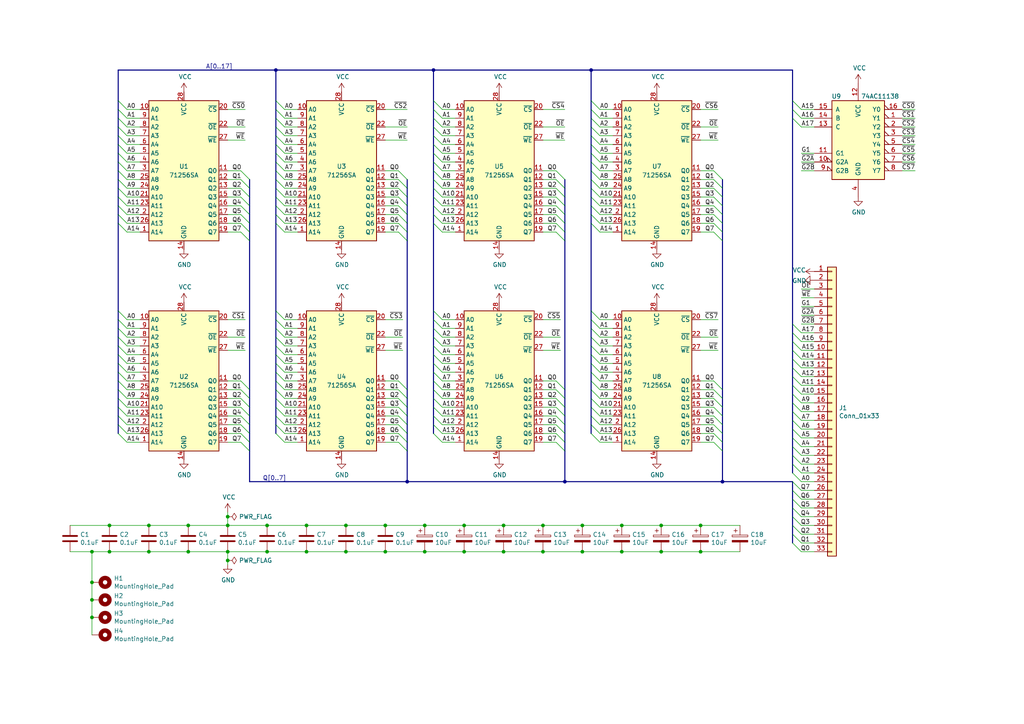
<source format=kicad_sch>
(kicad_sch (version 20211123) (generator eeschema)
  (paper "A4")
  (title_block (title "256kB (32kB x 8) SRAM") (date "2021-06-07") (rev "A"))
  (junction (at 66.04 160.02))
  (junction (at 134.62 160.02))
  (junction (at 134.62 152.4))
  (junction (at 88.9 160.02))
  (junction (at 180.34 160.02))
  (junction (at 123.19 152.4))
  (junction (at 43.18 160.02))
  (junction (at 203.2 152.4))
  (junction (at 125.73 20.32))
  (junction (at 66.04 152.4))
  (junction (at 118.11 139.7))
  (junction (at 77.47 160.02))
  (junction (at 43.18 152.4))
  (junction (at 209.55 139.7))
  (junction (at 54.61 152.4))
  (junction (at 180.34 152.4))
  (junction (at 146.05 160.02))
  (junction (at 100.33 152.4))
  (junction (at 26.67 168.91))
  (junction (at 191.77 160.02))
  (junction (at 26.67 160.02))
  (junction (at 111.76 152.4))
  (junction (at 88.9 152.4))
  (junction (at 54.61 160.02))
  (junction (at 168.91 152.4))
  (junction (at 163.83 139.7))
  (junction (at 191.77 152.4))
  (junction (at 26.67 179.07))
  (junction (at 100.33 160.02))
  (junction (at 66.04 162.56))
  (junction (at 123.19 160.02))
  (junction (at 26.67 173.99))
  (junction (at 168.91 160.02))
  (junction (at 203.2 160.02))
  (junction (at 111.76 160.02))
  (junction (at 77.47 152.4))
  (junction (at 157.48 160.02))
  (junction (at 157.48 152.4))
  (junction (at 31.75 152.4))
  (junction (at 171.45 20.32))
  (junction (at 66.04 149.86))
  (junction (at 31.75 160.02))
  (junction (at 80.01 20.32))
  (junction (at 146.05 152.4))
  (bus_entry (at 80.01 44.45) (size 2.54 2.54))
  (bus_entry (at 80.01 123.19) (size 2.54 2.54))
  (bus_entry (at 125.73 52.07) (size 2.54 2.54))
  (bus_entry (at 125.73 97.79) (size 2.54 2.54))
  (bus_entry (at 125.73 90.17) (size 2.54 2.54))
  (bus_entry (at 115.57 52.07) (size 2.54 2.54))
  (bus_entry (at 229.87 111.76) (size 2.54 2.54))
  (bus_entry (at 171.45 62.23) (size 2.54 2.54))
  (bus_entry (at 171.45 41.91) (size 2.54 2.54))
  (bus_entry (at 161.29 125.73) (size 2.54 2.54))
  (bus_entry (at 80.01 64.77) (size 2.54 2.54))
  (bus_entry (at 171.45 118.11) (size 2.54 2.54))
  (bus_entry (at 171.45 90.17) (size 2.54 2.54))
  (bus_entry (at 229.87 157.48) (size 2.54 2.54))
  (bus_entry (at 115.57 59.69) (size 2.54 2.54))
  (bus_entry (at 80.01 31.75) (size 2.54 2.54))
  (bus_entry (at 229.87 106.68) (size 2.54 2.54))
  (bus_entry (at 161.29 67.31) (size 2.54 2.54))
  (bus_entry (at 34.29 90.17) (size 2.54 2.54))
  (bus_entry (at 229.87 154.94) (size 2.54 2.54))
  (bus_entry (at 171.45 115.57) (size 2.54 2.54))
  (bus_entry (at 125.73 125.73) (size 2.54 2.54))
  (bus_entry (at 115.57 123.19) (size 2.54 2.54))
  (bus_entry (at 161.29 110.49) (size 2.54 2.54))
  (bus_entry (at 125.73 105.41) (size 2.54 2.54))
  (bus_entry (at 161.29 62.23) (size 2.54 2.54))
  (bus_entry (at 207.01 123.19) (size 2.54 2.54))
  (bus_entry (at 80.01 34.29) (size 2.54 2.54))
  (bus_entry (at 69.85 118.11) (size 2.54 2.54))
  (bus_entry (at 34.29 31.75) (size 2.54 2.54))
  (bus_entry (at 229.87 149.86) (size 2.54 2.54))
  (bus_entry (at 171.45 102.87) (size 2.54 2.54))
  (bus_entry (at 34.29 102.87) (size 2.54 2.54))
  (bus_entry (at 34.29 92.71) (size 2.54 2.54))
  (bus_entry (at 161.29 52.07) (size 2.54 2.54))
  (bus_entry (at 229.87 29.21) (size 2.54 2.54))
  (bus_entry (at 161.29 123.19) (size 2.54 2.54))
  (bus_entry (at 125.73 44.45) (size 2.54 2.54))
  (bus_entry (at 171.45 52.07) (size 2.54 2.54))
  (bus_entry (at 115.57 120.65) (size 2.54 2.54))
  (bus_entry (at 161.29 54.61) (size 2.54 2.54))
  (bus_entry (at 69.85 128.27) (size 2.54 2.54))
  (bus_entry (at 207.01 64.77) (size 2.54 2.54))
  (bus_entry (at 125.73 54.61) (size 2.54 2.54))
  (bus_entry (at 171.45 46.99) (size 2.54 2.54))
  (bus_entry (at 80.01 59.69) (size 2.54 2.54))
  (bus_entry (at 161.29 57.15) (size 2.54 2.54))
  (bus_entry (at 115.57 118.11) (size 2.54 2.54))
  (bus_entry (at 80.01 46.99) (size 2.54 2.54))
  (bus_entry (at 69.85 113.03) (size 2.54 2.54))
  (bus_entry (at 229.87 127) (size 2.54 2.54))
  (bus_entry (at 69.85 67.31) (size 2.54 2.54))
  (bus_entry (at 171.45 31.75) (size 2.54 2.54))
  (bus_entry (at 229.87 116.84) (size 2.54 2.54))
  (bus_entry (at 115.57 62.23) (size 2.54 2.54))
  (bus_entry (at 69.85 123.19) (size 2.54 2.54))
  (bus_entry (at 125.73 120.65) (size 2.54 2.54))
  (bus_entry (at 34.29 57.15) (size 2.54 2.54))
  (bus_entry (at 80.01 120.65) (size 2.54 2.54))
  (bus_entry (at 125.73 110.49) (size 2.54 2.54))
  (bus_entry (at 34.29 54.61) (size 2.54 2.54))
  (bus_entry (at 34.29 44.45) (size 2.54 2.54))
  (bus_entry (at 125.73 113.03) (size 2.54 2.54))
  (bus_entry (at 34.29 49.53) (size 2.54 2.54))
  (bus_entry (at 229.87 124.46) (size 2.54 2.54))
  (bus_entry (at 80.01 92.71) (size 2.54 2.54))
  (bus_entry (at 80.01 115.57) (size 2.54 2.54))
  (bus_entry (at 69.85 52.07) (size 2.54 2.54))
  (bus_entry (at 229.87 129.54) (size 2.54 2.54))
  (bus_entry (at 229.87 132.08) (size 2.54 2.54))
  (bus_entry (at 34.29 41.91) (size 2.54 2.54))
  (bus_entry (at 232.41 96.52) (size -2.54 -2.54))
  (bus_entry (at 34.29 64.77) (size 2.54 2.54))
  (bus_entry (at 125.73 115.57) (size 2.54 2.54))
  (bus_entry (at 125.73 36.83) (size 2.54 2.54))
  (bus_entry (at 171.45 59.69) (size 2.54 2.54))
  (bus_entry (at 69.85 120.65) (size 2.54 2.54))
  (bus_entry (at 34.29 113.03) (size 2.54 2.54))
  (bus_entry (at 229.87 139.7) (size 2.54 2.54))
  (bus_entry (at 34.29 118.11) (size 2.54 2.54))
  (bus_entry (at 161.29 128.27) (size 2.54 2.54))
  (bus_entry (at 34.29 105.41) (size 2.54 2.54))
  (bus_entry (at 171.45 107.95) (size 2.54 2.54))
  (bus_entry (at 115.57 54.61) (size 2.54 2.54))
  (bus_entry (at 80.01 62.23) (size 2.54 2.54))
  (bus_entry (at 171.45 97.79) (size 2.54 2.54))
  (bus_entry (at 161.29 64.77) (size 2.54 2.54))
  (bus_entry (at 80.01 100.33) (size 2.54 2.54))
  (bus_entry (at 34.29 120.65) (size 2.54 2.54))
  (bus_entry (at 207.01 128.27) (size 2.54 2.54))
  (bus_entry (at 207.01 52.07) (size 2.54 2.54))
  (bus_entry (at 125.73 57.15) (size 2.54 2.54))
  (bus_entry (at 171.45 113.03) (size 2.54 2.54))
  (bus_entry (at 171.45 110.49) (size 2.54 2.54))
  (bus_entry (at 34.29 123.19) (size 2.54 2.54))
  (bus_entry (at 125.73 92.71) (size 2.54 2.54))
  (bus_entry (at 115.57 49.53) (size 2.54 2.54))
  (bus_entry (at 229.87 121.92) (size 2.54 2.54))
  (bus_entry (at 34.29 62.23) (size 2.54 2.54))
  (bus_entry (at 229.87 137.16) (size 2.54 2.54))
  (bus_entry (at 115.57 125.73) (size 2.54 2.54))
  (bus_entry (at 69.85 49.53) (size 2.54 2.54))
  (bus_entry (at 125.73 49.53) (size 2.54 2.54))
  (bus_entry (at 34.29 59.69) (size 2.54 2.54))
  (bus_entry (at 80.01 49.53) (size 2.54 2.54))
  (bus_entry (at 80.01 39.37) (size 2.54 2.54))
  (bus_entry (at 171.45 64.77) (size 2.54 2.54))
  (bus_entry (at 34.29 125.73) (size 2.54 2.54))
  (bus_entry (at 207.01 62.23) (size 2.54 2.54))
  (bus_entry (at 125.73 100.33) (size 2.54 2.54))
  (bus_entry (at 80.01 110.49) (size 2.54 2.54))
  (bus_entry (at 80.01 36.83) (size 2.54 2.54))
  (bus_entry (at 207.01 120.65) (size 2.54 2.54))
  (bus_entry (at 171.45 54.61) (size 2.54 2.54))
  (bus_entry (at 125.73 102.87) (size 2.54 2.54))
  (bus_entry (at 69.85 54.61) (size 2.54 2.54))
  (bus_entry (at 171.45 92.71) (size 2.54 2.54))
  (bus_entry (at 80.01 97.79) (size 2.54 2.54))
  (bus_entry (at 207.01 54.61) (size 2.54 2.54))
  (bus_entry (at 80.01 57.15) (size 2.54 2.54))
  (bus_entry (at 161.29 49.53) (size 2.54 2.54))
  (bus_entry (at 80.01 105.41) (size 2.54 2.54))
  (bus_entry (at 171.45 29.21) (size 2.54 2.54))
  (bus_entry (at 80.01 118.11) (size 2.54 2.54))
  (bus_entry (at 207.01 125.73) (size 2.54 2.54))
  (bus_entry (at 115.57 110.49) (size 2.54 2.54))
  (bus_entry (at 34.29 34.29) (size 2.54 2.54))
  (bus_entry (at 207.01 110.49) (size 2.54 2.54))
  (bus_entry (at 80.01 29.21) (size 2.54 2.54))
  (bus_entry (at 171.45 44.45) (size 2.54 2.54))
  (bus_entry (at 161.29 59.69) (size 2.54 2.54))
  (bus_entry (at 125.73 64.77) (size 2.54 2.54))
  (bus_entry (at 80.01 95.25) (size 2.54 2.54))
  (bus_entry (at 171.45 95.25) (size 2.54 2.54))
  (bus_entry (at 171.45 49.53) (size 2.54 2.54))
  (bus_entry (at 171.45 39.37) (size 2.54 2.54))
  (bus_entry (at 125.73 118.11) (size 2.54 2.54))
  (bus_entry (at 207.01 67.31) (size 2.54 2.54))
  (bus_entry (at 34.29 100.33) (size 2.54 2.54))
  (bus_entry (at 69.85 110.49) (size 2.54 2.54))
  (bus_entry (at 125.73 34.29) (size 2.54 2.54))
  (bus_entry (at 69.85 59.69) (size 2.54 2.54))
  (bus_entry (at 125.73 62.23) (size 2.54 2.54))
  (bus_entry (at 171.45 34.29) (size 2.54 2.54))
  (bus_entry (at 34.29 39.37) (size 2.54 2.54))
  (bus_entry (at 115.57 128.27) (size 2.54 2.54))
  (bus_entry (at 161.29 113.03) (size 2.54 2.54))
  (bus_entry (at 34.29 36.83) (size 2.54 2.54))
  (bus_entry (at 207.01 57.15) (size 2.54 2.54))
  (bus_entry (at 125.73 39.37) (size 2.54 2.54))
  (bus_entry (at 34.29 52.07) (size 2.54 2.54))
  (bus_entry (at 34.29 97.79) (size 2.54 2.54))
  (bus_entry (at 229.87 134.62) (size 2.54 2.54))
  (bus_entry (at 207.01 118.11) (size 2.54 2.54))
  (bus_entry (at 229.87 34.29) (size 2.54 2.54))
  (bus_entry (at 115.57 64.77) (size 2.54 2.54))
  (bus_entry (at 80.01 52.07) (size 2.54 2.54))
  (bus_entry (at 232.41 99.06) (size -2.54 -2.54))
  (bus_entry (at 80.01 90.17) (size 2.54 2.54))
  (bus_entry (at 80.01 107.95) (size 2.54 2.54))
  (bus_entry (at 34.29 115.57) (size 2.54 2.54))
  (bus_entry (at 80.01 125.73) (size 2.54 2.54))
  (bus_entry (at 115.57 113.03) (size 2.54 2.54))
  (bus_entry (at 229.87 119.38) (size 2.54 2.54))
  (bus_entry (at 161.29 120.65) (size 2.54 2.54))
  (bus_entry (at 34.29 46.99) (size 2.54 2.54))
  (bus_entry (at 125.73 107.95) (size 2.54 2.54))
  (bus_entry (at 171.45 123.19) (size 2.54 2.54))
  (bus_entry (at 171.45 125.73) (size 2.54 2.54))
  (bus_entry (at 232.41 101.6) (size -2.54 -2.54))
  (bus_entry (at 171.45 105.41) (size 2.54 2.54))
  (bus_entry (at 69.85 115.57) (size 2.54 2.54))
  (bus_entry (at 80.01 41.91) (size 2.54 2.54))
  (bus_entry (at 229.87 104.14) (size 2.54 2.54))
  (bus_entry (at 34.29 107.95) (size 2.54 2.54))
  (bus_entry (at 171.45 100.33) (size 2.54 2.54))
  (bus_entry (at 69.85 125.73) (size 2.54 2.54))
  (bus_entry (at 69.85 64.77) (size 2.54 2.54))
  (bus_entry (at 80.01 113.03) (size 2.54 2.54))
  (bus_entry (at 125.73 41.91) (size 2.54 2.54))
  (bus_entry (at 229.87 142.24) (size 2.54 2.54))
  (bus_entry (at 207.01 113.03) (size 2.54 2.54))
  (bus_entry (at 207.01 59.69) (size 2.54 2.54))
  (bus_entry (at 171.45 36.83) (size 2.54 2.54))
  (bus_entry (at 69.85 62.23) (size 2.54 2.54))
  (bus_entry (at 229.87 101.6) (size 2.54 2.54))
  (bus_entry (at 229.87 114.3) (size 2.54 2.54))
  (bus_entry (at 171.45 120.65) (size 2.54 2.54))
  (bus_entry (at 69.85 57.15) (size 2.54 2.54))
  (bus_entry (at 34.29 110.49) (size 2.54 2.54))
  (bus_entry (at 34.29 95.25) (size 2.54 2.54))
  (bus_entry (at 80.01 54.61) (size 2.54 2.54))
  (bus_entry (at 125.73 59.69) (size 2.54 2.54))
  (bus_entry (at 125.73 31.75) (size 2.54 2.54))
  (bus_entry (at 229.87 152.4) (size 2.54 2.54))
  (bus_entry (at 125.73 95.25) (size 2.54 2.54))
  (bus_entry (at 34.29 29.21) (size 2.54 2.54))
  (bus_entry (at 229.87 144.78) (size 2.54 2.54))
  (bus_entry (at 207.01 49.53) (size 2.54 2.54))
  (bus_entry (at 171.45 57.15) (size 2.54 2.54))
  (bus_entry (at 115.57 115.57) (size 2.54 2.54))
  (bus_entry (at 125.73 46.99) (size 2.54 2.54))
  (bus_entry (at 229.87 31.75) (size 2.54 2.54))
  (bus_entry (at 207.01 115.57) (size 2.54 2.54))
  (bus_entry (at 125.73 29.21) (size 2.54 2.54))
  (bus_entry (at 161.29 118.11) (size 2.54 2.54))
  (bus_entry (at 115.57 67.31) (size 2.54 2.54))
  (bus_entry (at 229.87 147.32) (size 2.54 2.54))
  (bus_entry (at 115.57 57.15) (size 2.54 2.54))
  (bus_entry (at 80.01 102.87) (size 2.54 2.54))
  (bus_entry (at 161.29 115.57) (size 2.54 2.54))
  (bus_entry (at 125.73 123.19) (size 2.54 2.54))
  (bus_entry (at 229.87 109.22) (size 2.54 2.54))
  (wire (pts (xy 69.85 52.07) (xy 66.04 52.07)))
  (wire (pts (xy 265.43 31.75) (xy 261.62 31.75)))
  (bus (pts (xy 72.39 139.7) (xy 118.11 139.7)))
  (bus (pts (xy 72.39 57.15) (xy 72.39 59.69)))
  (wire (pts (xy 86.36 105.41) (xy 82.55 105.41)))
  (wire (pts (xy 82.55 41.91) (xy 86.36 41.91)))
  (wire (pts (xy 177.8 44.45) (xy 173.99 44.45)))
  (wire (pts (xy 173.99 31.75) (xy 177.8 31.75)))
  (wire (pts (xy 71.12 40.64) (xy 66.04 40.64)))
  (wire (pts (xy 132.08 100.33) (xy 128.27 100.33)))
  (wire (pts (xy 66.04 120.65) (xy 69.85 120.65)))
  (wire (pts (xy 236.22 101.6) (xy 232.41 101.6)))
  (bus (pts (xy 34.29 97.79) (xy 34.29 100.33)))
  (wire (pts (xy 236.22 124.46) (xy 232.41 124.46)))
  (bus (pts (xy 125.73 46.99) (xy 125.73 49.53)))
  (bus (pts (xy 34.29 20.32) (xy 80.01 20.32)))
  (bus (pts (xy 163.83 67.31) (xy 163.83 69.85)))
  (wire (pts (xy 128.27 123.19) (xy 132.08 123.19)))
  (bus (pts (xy 163.83 57.15) (xy 163.83 59.69)))
  (bus (pts (xy 125.73 113.03) (xy 125.73 115.57)))
  (bus (pts (xy 72.39 69.85) (xy 72.39 113.03)))
  (wire (pts (xy 208.28 31.75) (xy 203.2 31.75)))
  (bus (pts (xy 34.29 54.61) (xy 34.29 57.15)))
  (wire (pts (xy 157.48 54.61) (xy 161.29 54.61)))
  (bus (pts (xy 80.01 20.32) (xy 80.01 29.21)))
  (bus (pts (xy 34.29 46.99) (xy 34.29 49.53)))
  (bus (pts (xy 80.01 57.15) (xy 80.01 59.69)))
  (bus (pts (xy 125.73 31.75) (xy 125.73 34.29)))
  (wire (pts (xy 161.29 113.03) (xy 157.48 113.03)))
  (bus (pts (xy 125.73 52.07) (xy 125.73 54.61)))
  (wire (pts (xy 82.55 97.79) (xy 86.36 97.79)))
  (wire (pts (xy 54.61 152.4) (xy 43.18 152.4)))
  (bus (pts (xy 34.29 110.49) (xy 34.29 113.03)))
  (wire (pts (xy 232.41 91.44) (xy 236.22 91.44)))
  (wire (pts (xy 20.32 160.02) (xy 26.67 160.02)))
  (wire (pts (xy 66.04 110.49) (xy 69.85 110.49)))
  (bus (pts (xy 209.55 64.77) (xy 209.55 67.31)))
  (wire (pts (xy 232.41 132.08) (xy 236.22 132.08)))
  (wire (pts (xy 36.83 107.95) (xy 40.64 107.95)))
  (bus (pts (xy 80.01 46.99) (xy 80.01 49.53)))
  (bus (pts (xy 163.83 52.07) (xy 163.83 54.61)))
  (wire (pts (xy 66.04 125.73) (xy 69.85 125.73)))
  (wire (pts (xy 236.22 154.94) (xy 232.41 154.94)))
  (wire (pts (xy 116.84 101.6) (xy 111.76 101.6)))
  (wire (pts (xy 232.41 99.06) (xy 236.22 99.06)))
  (wire (pts (xy 134.62 152.4) (xy 146.05 152.4)))
  (bus (pts (xy 118.11 52.07) (xy 118.11 54.61)))
  (bus (pts (xy 171.45 107.95) (xy 171.45 110.49)))
  (wire (pts (xy 69.85 123.19) (xy 66.04 123.19)))
  (bus (pts (xy 80.01 107.95) (xy 80.01 110.49)))
  (wire (pts (xy 115.57 113.03) (xy 111.76 113.03)))
  (wire (pts (xy 232.41 88.9) (xy 236.22 88.9)))
  (wire (pts (xy 132.08 59.69) (xy 128.27 59.69)))
  (bus (pts (xy 80.01 95.25) (xy 80.01 97.79)))
  (bus (pts (xy 34.29 34.29) (xy 34.29 36.83)))
  (bus (pts (xy 80.01 41.91) (xy 80.01 44.45)))
  (wire (pts (xy 161.29 62.23) (xy 157.48 62.23)))
  (wire (pts (xy 31.75 152.4) (xy 20.32 152.4)))
  (wire (pts (xy 82.55 92.71) (xy 86.36 92.71)))
  (wire (pts (xy 162.56 92.71) (xy 157.48 92.71)))
  (wire (pts (xy 203.2 152.4) (xy 214.63 152.4)))
  (bus (pts (xy 34.29 113.03) (xy 34.29 115.57)))
  (wire (pts (xy 82.55 31.75) (xy 86.36 31.75)))
  (bus (pts (xy 229.87 114.3) (xy 229.87 116.84)))
  (bus (pts (xy 72.39 123.19) (xy 72.39 125.73)))
  (wire (pts (xy 177.8 105.41) (xy 173.99 105.41)))
  (wire (pts (xy 26.67 179.07) (xy 26.67 173.99)))
  (bus (pts (xy 125.73 20.32) (xy 171.45 20.32)))
  (bus (pts (xy 34.29 62.23) (xy 34.29 64.77)))
  (wire (pts (xy 26.67 173.99) (xy 26.67 168.91)))
  (wire (pts (xy 82.55 107.95) (xy 86.36 107.95)))
  (wire (pts (xy 232.41 49.53) (xy 236.22 49.53)))
  (wire (pts (xy 86.36 59.69) (xy 82.55 59.69)))
  (wire (pts (xy 118.11 40.64) (xy 111.76 40.64)))
  (bus (pts (xy 163.83 115.57) (xy 163.83 118.11)))
  (wire (pts (xy 43.18 160.02) (xy 54.61 160.02)))
  (bus (pts (xy 34.29 57.15) (xy 34.29 59.69)))
  (bus (pts (xy 125.73 123.19) (xy 125.73 125.73)))
  (wire (pts (xy 208.28 92.71) (xy 203.2 92.71)))
  (wire (pts (xy 71.12 92.71) (xy 66.04 92.71)))
  (wire (pts (xy 203.2 36.83) (xy 208.28 36.83)))
  (wire (pts (xy 40.64 100.33) (xy 36.83 100.33)))
  (wire (pts (xy 66.04 160.02) (xy 66.04 162.56)))
  (wire (pts (xy 43.18 152.4) (xy 31.75 152.4)))
  (wire (pts (xy 162.56 101.6) (xy 157.48 101.6)))
  (wire (pts (xy 86.36 44.45) (xy 82.55 44.45)))
  (bus (pts (xy 171.45 52.07) (xy 171.45 54.61)))
  (bus (pts (xy 125.73 95.25) (xy 125.73 97.79)))
  (bus (pts (xy 80.01 92.71) (xy 80.01 95.25)))
  (bus (pts (xy 229.87 96.52) (xy 229.87 99.06)))
  (bus (pts (xy 125.73 97.79) (xy 125.73 100.33)))
  (wire (pts (xy 26.67 168.91) (xy 26.67 160.02)))
  (wire (pts (xy 177.8 110.49) (xy 173.99 110.49)))
  (wire (pts (xy 128.27 52.07) (xy 132.08 52.07)))
  (bus (pts (xy 171.45 49.53) (xy 171.45 52.07)))
  (bus (pts (xy 171.45 46.99) (xy 171.45 49.53)))
  (bus (pts (xy 209.55 123.19) (xy 209.55 125.73)))
  (bus (pts (xy 125.73 107.95) (xy 125.73 110.49)))
  (bus (pts (xy 118.11 113.03) (xy 118.11 115.57)))
  (bus (pts (xy 209.55 115.57) (xy 209.55 118.11)))
  (bus (pts (xy 125.73 90.17) (xy 125.73 92.71)))
  (wire (pts (xy 180.34 152.4) (xy 191.77 152.4)))
  (wire (pts (xy 232.41 46.99) (xy 236.22 46.99)))
  (wire (pts (xy 88.9 160.02) (xy 100.33 160.02)))
  (bus (pts (xy 171.45 90.17) (xy 171.45 92.71)))
  (bus (pts (xy 229.87 127) (xy 229.87 129.54)))
  (wire (pts (xy 132.08 125.73) (xy 128.27 125.73)))
  (wire (pts (xy 177.8 34.29) (xy 173.99 34.29)))
  (bus (pts (xy 34.29 92.71) (xy 34.29 95.25)))
  (bus (pts (xy 209.55 128.27) (xy 209.55 130.81)))
  (wire (pts (xy 261.62 44.45) (xy 265.43 44.45)))
  (bus (pts (xy 171.45 105.41) (xy 171.45 107.95)))
  (wire (pts (xy 173.99 57.15) (xy 177.8 57.15)))
  (bus (pts (xy 80.01 34.29) (xy 80.01 36.83)))
  (wire (pts (xy 115.57 67.31) (xy 111.76 67.31)))
  (bus (pts (xy 171.45 54.61) (xy 171.45 57.15)))
  (wire (pts (xy 86.36 49.53) (xy 82.55 49.53)))
  (bus (pts (xy 34.29 123.19) (xy 34.29 125.73)))
  (wire (pts (xy 203.2 54.61) (xy 207.01 54.61)))
  (wire (pts (xy 128.27 128.27) (xy 132.08 128.27)))
  (wire (pts (xy 36.83 102.87) (xy 40.64 102.87)))
  (wire (pts (xy 180.34 160.02) (xy 168.91 160.02)))
  (wire (pts (xy 203.2 64.77) (xy 207.01 64.77)))
  (wire (pts (xy 177.8 64.77) (xy 173.99 64.77)))
  (bus (pts (xy 80.01 118.11) (xy 80.01 120.65)))
  (wire (pts (xy 173.99 52.07) (xy 177.8 52.07)))
  (bus (pts (xy 229.87 144.78) (xy 229.87 147.32)))
  (bus (pts (xy 34.29 90.17) (xy 34.29 92.71)))
  (wire (pts (xy 86.36 39.37) (xy 82.55 39.37)))
  (wire (pts (xy 66.04 54.61) (xy 69.85 54.61)))
  (wire (pts (xy 161.29 118.11) (xy 157.48 118.11)))
  (wire (pts (xy 173.99 36.83) (xy 177.8 36.83)))
  (bus (pts (xy 171.45 31.75) (xy 171.45 34.29)))
  (bus (pts (xy 171.45 29.21) (xy 171.45 31.75)))
  (wire (pts (xy 36.83 113.03) (xy 40.64 113.03)))
  (bus (pts (xy 209.55 118.11) (xy 209.55 120.65)))
  (wire (pts (xy 40.64 39.37) (xy 36.83 39.37)))
  (wire (pts (xy 236.22 160.02) (xy 232.41 160.02)))
  (wire (pts (xy 157.48 110.49) (xy 161.29 110.49)))
  (wire (pts (xy 232.41 106.68) (xy 236.22 106.68)))
  (wire (pts (xy 261.62 39.37) (xy 265.43 39.37)))
  (bus (pts (xy 209.55 69.85) (xy 209.55 113.03)))
  (bus (pts (xy 72.39 52.07) (xy 72.39 54.61)))
  (wire (pts (xy 66.04 162.56) (xy 66.04 163.83)))
  (wire (pts (xy 111.76 59.69) (xy 115.57 59.69)))
  (bus (pts (xy 118.11 120.65) (xy 118.11 123.19)))
  (wire (pts (xy 66.04 160.02) (xy 77.47 160.02)))
  (bus (pts (xy 209.55 139.7) (xy 229.87 139.7)))
  (wire (pts (xy 146.05 152.4) (xy 157.48 152.4)))
  (wire (pts (xy 207.01 118.11) (xy 203.2 118.11)))
  (bus (pts (xy 209.55 113.03) (xy 209.55 115.57)))
  (wire (pts (xy 232.41 116.84) (xy 236.22 116.84)))
  (wire (pts (xy 207.01 123.19) (xy 203.2 123.19)))
  (wire (pts (xy 40.64 54.61) (xy 36.83 54.61)))
  (bus (pts (xy 163.83 123.19) (xy 163.83 125.73)))
  (wire (pts (xy 36.83 118.11) (xy 40.64 118.11)))
  (wire (pts (xy 232.41 147.32) (xy 236.22 147.32)))
  (bus (pts (xy 80.01 36.83) (xy 80.01 39.37)))
  (wire (pts (xy 132.08 64.77) (xy 128.27 64.77)))
  (bus (pts (xy 72.39 62.23) (xy 72.39 64.77)))
  (wire (pts (xy 173.99 67.31) (xy 177.8 67.31)))
  (wire (pts (xy 128.27 67.31) (xy 132.08 67.31)))
  (bus (pts (xy 125.73 41.91) (xy 125.73 44.45)))
  (wire (pts (xy 208.28 101.6) (xy 203.2 101.6)))
  (bus (pts (xy 118.11 69.85) (xy 118.11 113.03)))
  (wire (pts (xy 157.48 115.57) (xy 161.29 115.57)))
  (wire (pts (xy 100.33 152.4) (xy 88.9 152.4)))
  (wire (pts (xy 36.83 92.71) (xy 40.64 92.71)))
  (wire (pts (xy 111.76 120.65) (xy 115.57 120.65)))
  (wire (pts (xy 173.99 107.95) (xy 177.8 107.95)))
  (bus (pts (xy 118.11 54.61) (xy 118.11 57.15)))
  (bus (pts (xy 125.73 34.29) (xy 125.73 36.83)))
  (bus (pts (xy 34.29 120.65) (xy 34.29 123.19)))
  (bus (pts (xy 80.01 31.75) (xy 80.01 34.29)))
  (bus (pts (xy 80.01 105.41) (xy 80.01 107.95)))
  (bus (pts (xy 209.55 52.07) (xy 209.55 54.61)))
  (wire (pts (xy 69.85 57.15) (xy 66.04 57.15)))
  (wire (pts (xy 236.22 149.86) (xy 232.41 149.86)))
  (bus (pts (xy 72.39 64.77) (xy 72.39 67.31)))
  (bus (pts (xy 34.29 52.07) (xy 34.29 54.61)))
  (bus (pts (xy 209.55 130.81) (xy 209.55 139.7)))
  (bus (pts (xy 171.45 44.45) (xy 171.45 46.99)))
  (wire (pts (xy 86.36 110.49) (xy 82.55 110.49)))
  (bus (pts (xy 80.01 90.17) (xy 80.01 92.71)))
  (wire (pts (xy 128.27 57.15) (xy 132.08 57.15)))
  (bus (pts (xy 72.39 115.57) (xy 72.39 118.11)))
  (bus (pts (xy 163.83 118.11) (xy 163.83 120.65)))
  (wire (pts (xy 232.41 127) (xy 236.22 127)))
  (wire (pts (xy 173.99 41.91) (xy 177.8 41.91)))
  (bus (pts (xy 229.87 121.92) (xy 229.87 124.46)))
  (wire (pts (xy 40.64 34.29) (xy 36.83 34.29)))
  (wire (pts (xy 82.55 62.23) (xy 86.36 62.23)))
  (wire (pts (xy 157.48 49.53) (xy 161.29 49.53)))
  (bus (pts (xy 34.29 39.37) (xy 34.29 41.91)))
  (wire (pts (xy 36.83 41.91) (xy 40.64 41.91)))
  (bus (pts (xy 125.73 49.53) (xy 125.73 52.07)))
  (bus (pts (xy 229.87 106.68) (xy 229.87 109.22)))
  (wire (pts (xy 236.22 139.7) (xy 232.41 139.7)))
  (wire (pts (xy 146.05 160.02) (xy 134.62 160.02)))
  (wire (pts (xy 82.55 123.19) (xy 86.36 123.19)))
  (wire (pts (xy 86.36 115.57) (xy 82.55 115.57)))
  (wire (pts (xy 261.62 41.91) (xy 265.43 41.91)))
  (bus (pts (xy 34.29 115.57) (xy 34.29 118.11)))
  (wire (pts (xy 168.91 152.4) (xy 180.34 152.4)))
  (wire (pts (xy 232.41 44.45) (xy 236.22 44.45)))
  (wire (pts (xy 173.99 113.03) (xy 177.8 113.03)))
  (wire (pts (xy 36.83 46.99) (xy 40.64 46.99)))
  (wire (pts (xy 203.2 49.53) (xy 207.01 49.53)))
  (bus (pts (xy 118.11 128.27) (xy 118.11 130.81)))
  (wire (pts (xy 71.12 31.75) (xy 66.04 31.75)))
  (wire (pts (xy 128.27 113.03) (xy 132.08 113.03)))
  (wire (pts (xy 161.29 123.19) (xy 157.48 123.19)))
  (wire (pts (xy 236.22 34.29) (xy 232.41 34.29)))
  (wire (pts (xy 66.04 148.59) (xy 66.04 149.86)))
  (bus (pts (xy 229.87 34.29) (xy 229.87 93.98)))
  (bus (pts (xy 163.83 139.7) (xy 209.55 139.7)))
  (bus (pts (xy 209.55 67.31) (xy 209.55 69.85)))
  (wire (pts (xy 128.27 46.99) (xy 132.08 46.99)))
  (wire (pts (xy 132.08 44.45) (xy 128.27 44.45)))
  (bus (pts (xy 80.01 123.19) (xy 80.01 125.73)))
  (bus (pts (xy 229.87 142.24) (xy 229.87 144.78)))
  (bus (pts (xy 80.01 62.23) (xy 80.01 64.77)))
  (wire (pts (xy 161.29 128.27) (xy 157.48 128.27)))
  (bus (pts (xy 229.87 149.86) (xy 229.87 152.4)))
  (bus (pts (xy 80.01 64.77) (xy 80.01 90.17)))
  (wire (pts (xy 111.76 54.61) (xy 115.57 54.61)))
  (wire (pts (xy 88.9 152.4) (xy 77.47 152.4)))
  (wire (pts (xy 77.47 160.02) (xy 88.9 160.02)))
  (wire (pts (xy 31.75 160.02) (xy 43.18 160.02)))
  (wire (pts (xy 203.2 59.69) (xy 207.01 59.69)))
  (wire (pts (xy 66.04 152.4) (xy 54.61 152.4)))
  (wire (pts (xy 77.47 152.4) (xy 66.04 152.4)))
  (wire (pts (xy 232.41 121.92) (xy 236.22 121.92)))
  (bus (pts (xy 125.73 36.83) (xy 125.73 39.37)))
  (bus (pts (xy 163.83 120.65) (xy 163.83 123.19)))
  (wire (pts (xy 86.36 125.73) (xy 82.55 125.73)))
  (bus (pts (xy 171.45 20.32) (xy 229.87 20.32)))
  (wire (pts (xy 128.27 31.75) (xy 132.08 31.75)))
  (bus (pts (xy 34.29 49.53) (xy 34.29 52.07)))
  (bus (pts (xy 80.01 113.03) (xy 80.01 115.57)))
  (wire (pts (xy 86.36 100.33) (xy 82.55 100.33)))
  (wire (pts (xy 66.04 36.83) (xy 71.12 36.83)))
  (bus (pts (xy 171.45 115.57) (xy 171.45 118.11)))
  (bus (pts (xy 80.01 120.65) (xy 80.01 123.19)))
  (wire (pts (xy 236.22 114.3) (xy 232.41 114.3)))
  (wire (pts (xy 66.04 64.77) (xy 69.85 64.77)))
  (bus (pts (xy 72.39 54.61) (xy 72.39 57.15)))
  (bus (pts (xy 34.29 95.25) (xy 34.29 97.79)))
  (wire (pts (xy 82.55 113.03) (xy 86.36 113.03)))
  (wire (pts (xy 157.48 120.65) (xy 161.29 120.65)))
  (bus (pts (xy 229.87 116.84) (xy 229.87 119.38)))
  (wire (pts (xy 111.76 36.83) (xy 118.11 36.83)))
  (wire (pts (xy 128.27 62.23) (xy 132.08 62.23)))
  (wire (pts (xy 157.48 160.02) (xy 146.05 160.02)))
  (wire (pts (xy 82.55 36.83) (xy 86.36 36.83)))
  (wire (pts (xy 40.64 64.77) (xy 36.83 64.77)))
  (wire (pts (xy 66.04 59.69) (xy 69.85 59.69)))
  (bus (pts (xy 34.29 36.83) (xy 34.29 39.37)))
  (bus (pts (xy 163.83 130.81) (xy 163.83 139.7)))
  (wire (pts (xy 100.33 160.02) (xy 111.76 160.02)))
  (bus (pts (xy 72.39 120.65) (xy 72.39 123.19)))
  (wire (pts (xy 128.27 118.11) (xy 132.08 118.11)))
  (bus (pts (xy 80.01 97.79) (xy 80.01 100.33)))
  (wire (pts (xy 132.08 105.41) (xy 128.27 105.41)))
  (wire (pts (xy 36.83 62.23) (xy 40.64 62.23)))
  (wire (pts (xy 207.01 128.27) (xy 203.2 128.27)))
  (bus (pts (xy 80.01 20.32) (xy 125.73 20.32)))
  (bus (pts (xy 80.01 49.53) (xy 80.01 52.07)))
  (wire (pts (xy 36.83 31.75) (xy 40.64 31.75)))
  (bus (pts (xy 171.45 113.03) (xy 171.45 115.57)))
  (wire (pts (xy 82.55 46.99) (xy 86.36 46.99)))
  (bus (pts (xy 34.29 118.11) (xy 34.29 120.65)))
  (wire (pts (xy 86.36 34.29) (xy 82.55 34.29)))
  (bus (pts (xy 125.73 64.77) (xy 125.73 90.17)))
  (wire (pts (xy 71.12 101.6) (xy 66.04 101.6)))
  (wire (pts (xy 40.64 120.65) (xy 36.83 120.65)))
  (wire (pts (xy 123.19 160.02) (xy 111.76 160.02)))
  (bus (pts (xy 163.83 113.03) (xy 163.83 115.57)))
  (wire (pts (xy 163.83 40.64) (xy 157.48 40.64)))
  (wire (pts (xy 261.62 46.99) (xy 265.43 46.99)))
  (wire (pts (xy 69.85 62.23) (xy 66.04 62.23)))
  (wire (pts (xy 123.19 152.4) (xy 134.62 152.4)))
  (wire (pts (xy 232.41 86.36) (xy 236.22 86.36)))
  (bus (pts (xy 118.11 125.73) (xy 118.11 128.27)))
  (wire (pts (xy 203.2 115.57) (xy 207.01 115.57)))
  (wire (pts (xy 157.48 125.73) (xy 161.29 125.73)))
  (bus (pts (xy 125.73 102.87) (xy 125.73 105.41)))
  (bus (pts (xy 125.73 92.71) (xy 125.73 95.25)))
  (wire (pts (xy 203.2 120.65) (xy 207.01 120.65)))
  (bus (pts (xy 229.87 101.6) (xy 229.87 104.14)))
  (wire (pts (xy 115.57 123.19) (xy 111.76 123.19)))
  (wire (pts (xy 207.01 62.23) (xy 203.2 62.23)))
  (bus (pts (xy 34.29 107.95) (xy 34.29 110.49)))
  (wire (pts (xy 261.62 34.29) (xy 265.43 34.29)))
  (wire (pts (xy 173.99 46.99) (xy 177.8 46.99)))
  (wire (pts (xy 128.27 41.91) (xy 132.08 41.91)))
  (wire (pts (xy 161.29 67.31) (xy 157.48 67.31)))
  (bus (pts (xy 229.87 124.46) (xy 229.87 127)))
  (bus (pts (xy 125.73 62.23) (xy 125.73 64.77)))
  (wire (pts (xy 161.29 57.15) (xy 157.48 57.15)))
  (bus (pts (xy 171.45 20.32) (xy 171.45 29.21)))
  (wire (pts (xy 232.41 111.76) (xy 236.22 111.76)))
  (wire (pts (xy 115.57 52.07) (xy 111.76 52.07)))
  (wire (pts (xy 232.41 83.82) (xy 236.22 83.82)))
  (bus (pts (xy 34.29 105.41) (xy 34.29 107.95)))
  (bus (pts (xy 171.45 92.71) (xy 171.45 95.25)))
  (wire (pts (xy 69.85 113.03) (xy 66.04 113.03)))
  (bus (pts (xy 80.01 110.49) (xy 80.01 113.03)))
  (bus (pts (xy 34.29 29.21) (xy 34.29 31.75)))
  (bus (pts (xy 34.29 100.33) (xy 34.29 102.87)))
  (wire (pts (xy 69.85 118.11) (xy 66.04 118.11)))
  (wire (pts (xy 82.55 52.07) (xy 86.36 52.07)))
  (wire (pts (xy 173.99 123.19) (xy 177.8 123.19)))
  (bus (pts (xy 229.87 129.54) (xy 229.87 132.08)))
  (wire (pts (xy 128.27 36.83) (xy 132.08 36.83)))
  (wire (pts (xy 191.77 160.02) (xy 180.34 160.02)))
  (bus (pts (xy 171.45 120.65) (xy 171.45 123.19)))
  (bus (pts (xy 163.83 125.73) (xy 163.83 128.27)))
  (wire (pts (xy 173.99 118.11) (xy 177.8 118.11)))
  (bus (pts (xy 163.83 59.69) (xy 163.83 62.23)))
  (wire (pts (xy 82.55 128.27) (xy 86.36 128.27)))
  (wire (pts (xy 208.28 40.64) (xy 203.2 40.64)))
  (wire (pts (xy 132.08 120.65) (xy 128.27 120.65)))
  (bus (pts (xy 229.87 99.06) (xy 229.87 101.6)))
  (wire (pts (xy 232.41 152.4) (xy 236.22 152.4)))
  (bus (pts (xy 34.29 41.91) (xy 34.29 44.45)))
  (wire (pts (xy 232.41 93.98) (xy 236.22 93.98)))
  (bus (pts (xy 125.73 20.32) (xy 125.73 29.21)))
  (bus (pts (xy 34.29 102.87) (xy 34.29 105.41)))
  (wire (pts (xy 132.08 54.61) (xy 128.27 54.61)))
  (wire (pts (xy 161.29 52.07) (xy 157.48 52.07)))
  (wire (pts (xy 232.41 137.16) (xy 236.22 137.16)))
  (bus (pts (xy 125.73 57.15) (xy 125.73 59.69)))
  (wire (pts (xy 173.99 62.23) (xy 177.8 62.23)))
  (bus (pts (xy 80.01 52.07) (xy 80.01 54.61)))
  (bus (pts (xy 229.87 147.32) (xy 229.87 149.86)))
  (wire (pts (xy 128.27 107.95) (xy 132.08 107.95)))
  (wire (pts (xy 177.8 100.33) (xy 173.99 100.33)))
  (bus (pts (xy 125.73 120.65) (xy 125.73 123.19)))
  (wire (pts (xy 236.22 104.14) (xy 232.41 104.14)))
  (bus (pts (xy 171.45 57.15) (xy 171.45 59.69)))
  (bus (pts (xy 209.55 62.23) (xy 209.55 64.77)))
  (bus (pts (xy 72.39 125.73) (xy 72.39 128.27)))
  (bus (pts (xy 229.87 20.32) (xy 229.87 29.21)))
  (wire (pts (xy 177.8 115.57) (xy 173.99 115.57)))
  (wire (pts (xy 261.62 36.83) (xy 265.43 36.83)))
  (bus (pts (xy 80.01 100.33) (xy 80.01 102.87)))
  (wire (pts (xy 36.83 67.31) (xy 40.64 67.31)))
  (bus (pts (xy 171.45 95.25) (xy 171.45 97.79)))
  (wire (pts (xy 111.76 152.4) (xy 123.19 152.4)))
  (wire (pts (xy 177.8 54.61) (xy 173.99 54.61)))
  (wire (pts (xy 236.22 119.38) (xy 232.41 119.38)))
  (wire (pts (xy 116.84 92.71) (xy 111.76 92.71)))
  (wire (pts (xy 86.36 95.25) (xy 82.55 95.25)))
  (bus (pts (xy 125.73 39.37) (xy 125.73 41.91)))
  (bus (pts (xy 34.29 31.75) (xy 34.29 34.29)))
  (bus (pts (xy 229.87 31.75) (xy 229.87 34.29)))
  (bus (pts (xy 171.45 97.79) (xy 171.45 100.33)))
  (bus (pts (xy 118.11 67.31) (xy 118.11 69.85)))
  (bus (pts (xy 209.55 59.69) (xy 209.55 62.23)))
  (wire (pts (xy 236.22 129.54) (xy 232.41 129.54)))
  (bus (pts (xy 72.39 128.27) (xy 72.39 130.81)))
  (wire (pts (xy 26.67 184.15) (xy 26.67 179.07)))
  (wire (pts (xy 134.62 160.02) (xy 123.19 160.02)))
  (wire (pts (xy 115.57 118.11) (xy 111.76 118.11)))
  (bus (pts (xy 171.45 123.19) (xy 171.45 125.73)))
  (wire (pts (xy 157.48 59.69) (xy 161.29 59.69)))
  (bus (pts (xy 229.87 93.98) (xy 229.87 96.52)))
  (wire (pts (xy 82.55 57.15) (xy 86.36 57.15)))
  (bus (pts (xy 118.11 139.7) (xy 163.83 139.7)))
  (wire (pts (xy 173.99 92.71) (xy 177.8 92.71)))
  (bus (pts (xy 72.39 130.81) (xy 72.39 139.7)))
  (bus (pts (xy 171.45 41.91) (xy 171.45 44.45)))
  (wire (pts (xy 40.64 95.25) (xy 36.83 95.25)))
  (wire (pts (xy 232.41 142.24) (xy 236.22 142.24)))
  (wire (pts (xy 177.8 39.37) (xy 173.99 39.37)))
  (wire (pts (xy 163.83 31.75) (xy 157.48 31.75)))
  (bus (pts (xy 125.73 29.21) (xy 125.73 31.75)))
  (bus (pts (xy 163.83 69.85) (xy 163.83 113.03)))
  (wire (pts (xy 111.76 110.49) (xy 115.57 110.49)))
  (bus (pts (xy 125.73 118.11) (xy 125.73 120.65)))
  (wire (pts (xy 40.64 59.69) (xy 36.83 59.69)))
  (wire (pts (xy 132.08 115.57) (xy 128.27 115.57)))
  (wire (pts (xy 118.11 31.75) (xy 111.76 31.75)))
  (wire (pts (xy 232.41 157.48) (xy 236.22 157.48)))
  (wire (pts (xy 82.55 67.31) (xy 86.36 67.31)))
  (wire (pts (xy 236.22 134.62) (xy 232.41 134.62)))
  (wire (pts (xy 111.76 115.57) (xy 115.57 115.57)))
  (bus (pts (xy 229.87 134.62) (xy 229.87 137.16)))
  (wire (pts (xy 40.64 115.57) (xy 36.83 115.57)))
  (bus (pts (xy 72.39 113.03) (xy 72.39 115.57)))
  (wire (pts (xy 115.57 62.23) (xy 111.76 62.23)))
  (wire (pts (xy 191.77 152.4) (xy 203.2 152.4)))
  (bus (pts (xy 163.83 64.77) (xy 163.83 67.31)))
  (wire (pts (xy 40.64 125.73) (xy 36.83 125.73)))
  (wire (pts (xy 214.63 160.02) (xy 203.2 160.02)))
  (bus (pts (xy 229.87 152.4) (xy 229.87 154.94)))
  (wire (pts (xy 132.08 95.25) (xy 128.27 95.25)))
  (bus (pts (xy 72.39 118.11) (xy 72.39 120.65)))
  (bus (pts (xy 72.39 67.31) (xy 72.39 69.85)))
  (bus (pts (xy 229.87 119.38) (xy 229.87 121.92)))
  (bus (pts (xy 229.87 109.22) (xy 229.87 111.76)))
  (bus (pts (xy 118.11 62.23) (xy 118.11 64.77)))
  (wire (pts (xy 69.85 67.31) (xy 66.04 67.31)))
  (wire (pts (xy 111.76 49.53) (xy 115.57 49.53)))
  (wire (pts (xy 66.04 97.79) (xy 71.12 97.79)))
  (wire (pts (xy 157.48 64.77) (xy 161.29 64.77)))
  (wire (pts (xy 36.83 52.07) (xy 40.64 52.07)))
  (bus (pts (xy 80.01 54.61) (xy 80.01 57.15)))
  (wire (pts (xy 177.8 125.73) (xy 173.99 125.73)))
  (bus (pts (xy 125.73 110.49) (xy 125.73 113.03)))
  (wire (pts (xy 177.8 59.69) (xy 173.99 59.69)))
  (bus (pts (xy 229.87 154.94) (xy 229.87 157.48)))
  (wire (pts (xy 40.64 49.53) (xy 36.83 49.53)))
  (bus (pts (xy 209.55 125.73) (xy 209.55 128.27)))
  (bus (pts (xy 171.45 100.33) (xy 171.45 102.87)))
  (wire (pts (xy 232.41 36.83) (xy 236.22 36.83)))
  (wire (pts (xy 86.36 54.61) (xy 82.55 54.61)))
  (bus (pts (xy 163.83 62.23) (xy 163.83 64.77)))
  (wire (pts (xy 111.76 152.4) (xy 100.33 152.4)))
  (wire (pts (xy 157.48 97.79) (xy 162.56 97.79)))
  (wire (pts (xy 69.85 128.27) (xy 66.04 128.27)))
  (wire (pts (xy 86.36 120.65) (xy 82.55 120.65)))
  (bus (pts (xy 163.83 128.27) (xy 163.83 130.81)))
  (bus (pts (xy 34.29 64.77) (xy 34.29 90.17)))
  (bus (pts (xy 171.45 59.69) (xy 171.45 62.23)))
  (wire (pts (xy 132.08 39.37) (xy 128.27 39.37)))
  (bus (pts (xy 80.01 102.87) (xy 80.01 105.41)))
  (bus (pts (xy 118.11 59.69) (xy 118.11 62.23)))
  (wire (pts (xy 261.62 49.53) (xy 265.43 49.53)))
  (bus (pts (xy 229.87 139.7) (xy 229.87 142.24)))
  (wire (pts (xy 111.76 64.77) (xy 115.57 64.77)))
  (bus (pts (xy 80.01 115.57) (xy 80.01 118.11)))
  (wire (pts (xy 236.22 109.22) (xy 232.41 109.22)))
  (wire (pts (xy 168.91 160.02) (xy 157.48 160.02)))
  (wire (pts (xy 115.57 128.27) (xy 111.76 128.27)))
  (wire (pts (xy 36.83 36.83) (xy 40.64 36.83)))
  (wire (pts (xy 132.08 34.29) (xy 128.27 34.29)))
  (wire (pts (xy 236.22 96.52) (xy 232.41 96.52)))
  (wire (pts (xy 40.64 105.41) (xy 36.83 105.41)))
  (wire (pts (xy 173.99 128.27) (xy 177.8 128.27)))
  (wire (pts (xy 115.57 57.15) (xy 111.76 57.15)))
  (bus (pts (xy 125.73 105.41) (xy 125.73 107.95)))
  (bus (pts (xy 125.73 115.57) (xy 125.73 118.11)))
  (bus (pts (xy 80.01 29.21) (xy 80.01 31.75)))
  (wire (pts (xy 128.27 102.87) (xy 132.08 102.87)))
  (bus (pts (xy 34.29 59.69) (xy 34.29 62.23)))
  (wire (pts (xy 111.76 97.79) (xy 116.84 97.79)))
  (wire (pts (xy 177.8 49.53) (xy 173.99 49.53)))
  (wire (pts (xy 54.61 160.02) (xy 66.04 160.02)))
  (wire (pts (xy 128.27 97.79) (xy 132.08 97.79)))
  (bus (pts (xy 171.45 102.87) (xy 171.45 105.41)))
  (wire (pts (xy 232.41 31.75) (xy 236.22 31.75)))
  (wire (pts (xy 203.2 160.02) (xy 191.77 160.02)))
  (wire (pts (xy 203.2 97.79) (xy 208.28 97.79)))
  (bus (pts (xy 34.29 20.32) (xy 34.29 29.21)))
  (bus (pts (xy 72.39 59.69) (xy 72.39 62.23)))
  (wire (pts (xy 207.01 113.03) (xy 203.2 113.03)))
  (wire (pts (xy 36.83 128.27) (xy 40.64 128.27)))
  (bus (pts (xy 171.45 36.83) (xy 171.45 39.37)))
  (bus (pts (xy 118.11 64.77) (xy 118.11 67.31)))
  (bus (pts (xy 229.87 111.76) (xy 229.87 114.3)))
  (wire (pts (xy 207.01 57.15) (xy 203.2 57.15)))
  (wire (pts (xy 26.67 160.02) (xy 31.75 160.02)))
  (bus (pts (xy 80.01 59.69) (xy 80.01 62.23)))
  (bus (pts (xy 125.73 54.61) (xy 125.73 57.15)))
  (wire (pts (xy 157.48 152.4) (xy 168.91 152.4)))
  (wire (pts (xy 36.83 123.19) (xy 40.64 123.19)))
  (bus (pts (xy 163.83 54.61) (xy 163.83 57.15)))
  (bus (pts (xy 118.11 115.57) (xy 118.11 118.11)))
  (bus (pts (xy 209.55 54.61) (xy 209.55 57.15)))
  (wire (pts (xy 177.8 120.65) (xy 173.99 120.65)))
  (bus (pts (xy 80.01 39.37) (xy 80.01 41.91)))
  (bus (pts (xy 171.45 34.29) (xy 171.45 36.83)))
  (wire (pts (xy 82.55 102.87) (xy 86.36 102.87)))
  (wire (pts (xy 207.01 67.31) (xy 203.2 67.31)))
  (wire (pts (xy 177.8 95.25) (xy 173.99 95.25)))
  (wire (pts (xy 40.64 110.49) (xy 36.83 110.49)))
  (bus (pts (xy 171.45 110.49) (xy 171.45 113.03)))
  (wire (pts (xy 36.83 57.15) (xy 40.64 57.15)))
  (bus (pts (xy 209.55 120.65) (xy 209.55 123.19)))
  (wire (pts (xy 132.08 110.49) (xy 128.27 110.49)))
  (bus (pts (xy 229.87 104.14) (xy 229.87 106.68)))
  (wire (pts (xy 86.36 64.77) (xy 82.55 64.77)))
  (bus (pts (xy 125.73 59.69) (xy 125.73 62.23)))
  (wire (pts (xy 66.04 49.53) (xy 69.85 49.53)))
  (wire (pts (xy 36.83 97.79) (xy 40.64 97.79)))
  (bus (pts (xy 118.11 130.81) (xy 118.11 139.7)))
  (wire (pts (xy 132.08 49.53) (xy 128.27 49.53)))
  (wire (pts (xy 66.04 149.86) (xy 66.04 152.4)))
  (bus (pts (xy 118.11 57.15) (xy 118.11 59.69)))
  (bus (pts (xy 229.87 29.21) (xy 229.87 31.75)))
  (bus (pts (xy 229.87 132.08) (xy 229.87 134.62)))
  (wire (pts (xy 157.48 36.83) (xy 163.83 36.83)))
  (bus (pts (xy 171.45 118.11) (xy 171.45 120.65)))
  (wire (pts (xy 203.2 110.49) (xy 207.01 110.49)))
  (wire (pts (xy 40.64 44.45) (xy 36.83 44.45)))
  (wire (pts (xy 111.76 125.73) (xy 115.57 125.73)))
  (wire (pts (xy 207.01 52.07) (xy 203.2 52.07)))
  (bus (pts (xy 118.11 118.11) (xy 118.11 120.65)))
  (bus (pts (xy 209.55 57.15) (xy 209.55 59.69)))
  (bus (pts (xy 34.29 44.45) (xy 34.29 46.99)))
  (bus (pts (xy 118.11 123.19) (xy 118.11 125.73)))
  (bus (pts (xy 171.45 39.37) (xy 171.45 41.91)))
  (bus (pts (xy 171.45 64.77) (xy 171.45 90.17)))
  (bus (pts (xy 171.45 62.23) (xy 171.45 64.77)))
  (wire (pts (xy 66.04 115.57) (xy 69.85 115.57)))
  (bus (pts (xy 125.73 44.45) (xy 125.73 46.99)))
  (wire (pts (xy 173.99 97.79) (xy 177.8 97.79)))
  (wire (pts (xy 173.99 102.87) (xy 177.8 102.87)))
  (bus (pts (xy 80.01 44.45) (xy 80.01 46.99)))
  (wire (pts (xy 128.27 92.71) (xy 132.08 92.71)))
  (wire (pts (xy 203.2 125.73) (xy 207.01 125.73)))
  (bus (pts (xy 125.73 100.33) (xy 125.73 102.87)))
  (wire (pts (xy 236.22 144.78) (xy 232.41 144.78)))
  (wire (pts (xy 82.55 118.11) (xy 86.36 118.11)))
  (label "A1" (at 128.27 95.25 0))
  (label "A1" (at 36.83 95.25 0))
  (label "A3" (at 82.55 100.33 0))
  (label "A11" (at 36.83 120.65 0))
  (label "A3" (at 82.55 39.37 0))
  (label "Q7" (at 204.47 67.31 0))
  (label "A4" (at 173.99 102.87 0))
  (label "A8" (at 173.99 52.07 0))
  (label "~{OE}" (at 116.84 97.79 180))
  (label "A11" (at 82.55 59.69 0))
  (label "A7" (at 234.95 121.92 180))
  (label "A[0..17]" (at 59.69 20.32 0))
  (label "Q5" (at 204.47 62.23 0))
  (label "A13" (at 236.22 106.68 180))
  (label "A7" (at 36.83 49.53 0))
  (label "G1" (at 232.41 88.9 0))
  (label "A7" (at 128.27 110.49 0))
  (label "A7" (at 82.55 110.49 0))
  (label "A10" (at 36.83 57.15 0))
  (label "A13" (at 128.27 125.73 0))
  (label "Q7" (at 204.47 128.27 0))
  (label "A4" (at 128.27 102.87 0))
  (label "Q2" (at 113.03 54.61 0))
  (label "Q1" (at 113.03 52.07 0))
  (label "Q5" (at 67.31 123.19 0))
  (label "A15" (at 236.22 101.6 180))
  (label "A2" (at 128.27 97.79 0))
  (label "A5" (at 234.95 127 180))
  (label "A9" (at 36.83 115.57 0))
  (label "Q5" (at 158.75 62.23 0))
  (label "A4" (at 82.55 41.91 0))
  (label "~{CS2}" (at 118.11 31.75 180))
  (label "Q0" (at 158.75 49.53 0))
  (label "A11" (at 173.99 59.69 0))
  (label "A2" (at 173.99 97.79 0))
  (label "A13" (at 36.83 64.77 0))
  (label "A14" (at 128.27 67.31 0))
  (label "A9" (at 128.27 54.61 0))
  (label "A14" (at 236.22 104.14 180))
  (label "A14" (at 173.99 67.31 0))
  (label "~{CS0}" (at 265.43 31.75 180))
  (label "A2" (at 234.95 134.62 180))
  (label "A3" (at 36.83 100.33 0))
  (label "~{CS3}" (at 116.84 92.71 180))
  (label "Q7" (at 67.31 67.31 0))
  (label "Q6" (at 158.75 125.73 0))
  (label "Q2" (at 158.75 54.61 0))
  (label "Q1" (at 234.95 157.48 180))
  (label "Q1" (at 67.31 52.07 0))
  (label "~{OE}" (at 232.41 83.82 0))
  (label "Q3" (at 67.31 57.15 0))
  (label "Q3" (at 204.47 118.11 0))
  (label "~{G2B}" (at 232.41 49.53 0))
  (label "~{WE}" (at 163.83 40.64 180))
  (label "~{OE}" (at 71.12 97.79 180))
  (label "A15" (at 232.41 31.75 0))
  (label "A6" (at 173.99 107.95 0))
  (label "A14" (at 82.55 67.31 0))
  (label "A5" (at 128.27 44.45 0))
  (label "A2" (at 36.83 97.79 0))
  (label "A12" (at 36.83 123.19 0))
  (label "~{CS4}" (at 265.43 41.91 180))
  (label "A8" (at 173.99 113.03 0))
  (label "A6" (at 128.27 46.99 0))
  (label "Q5" (at 113.03 62.23 0))
  (label "Q7" (at 234.95 142.24 180))
  (label "A0" (at 173.99 92.71 0))
  (label "A9" (at 234.95 116.84 180))
  (label "A13" (at 82.55 64.77 0))
  (label "A0" (at 36.83 92.71 0))
  (label "A7" (at 36.83 110.49 0))
  (label "A2" (at 173.99 36.83 0))
  (label "~{WE}" (at 232.41 86.36 0))
  (label "Q6" (at 204.47 125.73 0))
  (label "Q7" (at 113.03 67.31 0))
  (label "~{CS6}" (at 208.28 31.75 180))
  (label "A8" (at 128.27 52.07 0))
  (label "A5" (at 82.55 44.45 0))
  (label "A16" (at 232.41 34.29 0))
  (label "Q5" (at 113.03 123.19 0))
  (label "A6" (at 36.83 46.99 0))
  (label "~{G2B}" (at 232.41 93.98 0))
  (label "A2" (at 36.83 36.83 0))
  (label "A14" (at 173.99 128.27 0))
  (label "A5" (at 173.99 44.45 0))
  (label "A9" (at 173.99 54.61 0))
  (label "A9" (at 36.83 54.61 0))
  (label "A1" (at 128.27 34.29 0))
  (label "Q0" (at 204.47 110.49 0))
  (label "A13" (at 82.55 125.73 0))
  (label "~{CS1}" (at 265.43 34.29 180))
  (label "A6" (at 82.55 46.99 0))
  (label "~{OE}" (at 208.28 36.83 180))
  (label "A7" (at 82.55 49.53 0))
  (label "Q7" (at 67.31 128.27 0))
  (label "Q6" (at 113.03 64.77 0))
  (label "A4" (at 128.27 41.91 0))
  (label "A14" (at 128.27 128.27 0))
  (label "~{CS7}" (at 208.28 92.71 180))
  (label "A5" (at 82.55 105.41 0))
  (label "G1" (at 232.41 44.45 0))
  (label "Q0" (at 113.03 49.53 0))
  (label "A2" (at 82.55 36.83 0))
  (label "~{CS5}" (at 265.43 44.45 180))
  (label "A13" (at 128.27 64.77 0))
  (label "A9" (at 173.99 115.57 0))
  (label "A2" (at 82.55 97.79 0))
  (label "A8" (at 82.55 52.07 0))
  (label "A8" (at 128.27 113.03 0))
  (label "A9" (at 82.55 115.57 0))
  (label "A14" (at 36.83 128.27 0))
  (label "A3" (at 173.99 39.37 0))
  (label "A4" (at 36.83 102.87 0))
  (label "Q6" (at 67.31 64.77 0))
  (label "Q3" (at 158.75 57.15 0))
  (label "A2" (at 128.27 36.83 0))
  (label "Q7" (at 158.75 128.27 0))
  (label "~{CS5}" (at 162.56 92.71 180))
  (label "~{CS2}" (at 265.43 36.83 180))
  (label "A1" (at 82.55 95.25 0))
  (label "Q1" (at 158.75 52.07 0))
  (label "A11" (at 82.55 120.65 0))
  (label "Q2" (at 67.31 115.57 0))
  (label "Q2" (at 158.75 115.57 0))
  (label "Q3" (at 67.31 118.11 0))
  (label "A10" (at 128.27 118.11 0))
  (label "A14" (at 36.83 67.31 0))
  (label "A0" (at 36.83 31.75 0))
  (label "~{CS6}" (at 265.43 46.99 180))
  (label "A12" (at 36.83 62.23 0))
  (label "~{WE}" (at 162.56 101.6 180))
  (label "Q1" (at 67.31 113.03 0))
  (label "Q5" (at 204.47 123.19 0))
  (label "A6" (at 82.55 107.95 0))
  (label "~{CS0}" (at 71.12 31.75 180))
  (label "~{CS1}" (at 71.12 92.71 180))
  (label "Q5" (at 158.75 123.19 0))
  (label "A1" (at 234.95 137.16 180))
  (label "~{WE}" (at 208.28 40.64 180))
  (label "~{OE}" (at 118.11 36.83 180))
  (label "~{WE}" (at 208.28 101.6 180))
  (label "Q0" (at 158.75 110.49 0))
  (label "A6" (at 128.27 107.95 0))
  (label "A10" (at 82.55 57.15 0))
  (label "Q6" (at 67.31 125.73 0))
  (label "A16" (at 236.22 99.06 180))
  (label "A4" (at 36.83 41.91 0))
  (label "Q2" (at 113.03 115.57 0))
  (label "~{OE}" (at 162.56 97.79 180))
  (label "A11" (at 173.99 120.65 0))
  (label "Q2" (at 67.31 54.61 0))
  (label "Q5" (at 67.31 62.23 0))
  (label "A5" (at 36.83 44.45 0))
  (label "A8" (at 82.55 113.03 0))
  (label "A3" (at 128.27 39.37 0))
  (label "A5" (at 173.99 105.41 0))
  (label "A1" (at 36.83 34.29 0))
  (label "A17" (at 232.41 36.83 0))
  (label "Q4" (at 67.31 59.69 0))
  (label "A5" (at 128.27 105.41 0))
  (label "Q7" (at 158.75 67.31 0))
  (label "Q3" (at 113.03 57.15 0))
  (label "Q0" (at 113.03 110.49 0))
  (label "A12" (at 236.22 109.22 180))
  (label "Q1" (at 204.47 52.07 0))
  (label "A11" (at 36.83 59.69 0))
  (label "Q[0..7]" (at 76.2 139.7 0))
  (label "A1" (at 173.99 95.25 0))
  (label "A12" (at 173.99 123.19 0))
  (label "A0" (at 128.27 31.75 0))
  (label "A6" (at 173.99 46.99 0))
  (label "Q2" (at 204.47 54.61 0))
  (label "Q1" (at 113.03 113.03 0))
  (label "A17" (at 236.22 96.52 180))
  (label "~{WE}" (at 118.11 40.64 180))
  (label "A9" (at 82.55 54.61 0))
  (label "A10" (at 236.22 114.3 180))
  (label "A10" (at 36.83 118.11 0))
  (label "A0" (at 128.27 92.71 0))
  (label "A13" (at 173.99 64.77 0))
  (label "Q2" (at 234.95 154.94 180))
  (label "A13" (at 173.99 125.73 0))
  (label "~{OE}" (at 208.28 97.79 180))
  (label "A6" (at 36.83 107.95 0))
  (label "~{CS7}" (at 265.43 49.53 180))
  (label "A3" (at 173.99 100.33 0))
  (label "A0" (at 82.55 92.71 0))
  (label "~{CS3}" (at 265.43 39.37 180))
  (label "~{WE}" (at 71.12 40.64 180))
  (label "A14" (at 82.55 128.27 0))
  (label "A12" (at 128.27 62.23 0))
  (label "A8" (at 36.83 113.03 0))
  (label "A12" (at 82.55 62.23 0))
  (label "A11" (at 128.27 120.65 0))
  (label "A9" (at 128.27 115.57 0))
  (label "Q7" (at 113.03 128.27 0))
  (label "A3" (at 128.27 100.33 0))
  (label "~{OE}" (at 71.12 36.83 180))
  (label "~{OE}" (at 163.83 36.83 180))
  (label "A8" (at 36.83 52.07 0))
  (label "A0" (at 173.99 31.75 0))
  (label "A10" (at 173.99 57.15 0))
  (label "A0" (at 82.55 31.75 0))
  (label "A12" (at 173.99 62.23 0))
  (label "A12" (at 128.27 123.19 0))
  (label "A1" (at 82.55 34.29 0))
  (label "A6" (at 234.95 124.46 180))
  (label "~{WE}" (at 71.12 101.6 180))
  (label "~{G2A}" (at 232.41 46.99 0))
  (label "Q6" (at 113.03 125.73 0))
  (label "Q5" (at 234.95 147.32 180))
  (label "~{CS4}" (at 163.83 31.75 180))
  (label "Q0" (at 234.95 160.02 180))
  (label "A7" (at 173.99 49.53 0))
  (label "A4" (at 173.99 41.91 0))
  (label "A10" (at 128.27 57.15 0))
  (label "Q1" (at 204.47 113.03 0))
  (label "A11" (at 236.22 111.76 180))
  (label "A3" (at 36.83 39.37 0))
  (label "Q4" (at 67.31 120.65 0))
  (label "Q6" (at 204.47 64.77 0))
  (label "A7" (at 173.99 110.49 0))
  (label "A1" (at 173.99 34.29 0))
  (label "A7" (at 128.27 49.53 0))
  (label "A4" (at 234.95 129.54 180))
  (label "Q0" (at 204.47 49.53 0))
  (label "Q4" (at 113.03 59.69 0))
  (label "Q3" (at 158.75 118.11 0))
  (label "A4" (at 82.55 102.87 0))
  (label "A3" (at 234.95 132.08 180))
  (label "Q1" (at 158.75 113.03 0))
  (label "Q3" (at 204.47 57.15 0))
  (label "A0" (at 234.95 139.7 180))
  (label "Q4" (at 204.47 59.69 0))
  (label "A10" (at 82.55 118.11 0))
  (label "A5" (at 36.83 105.41 0))
  (label "A8" (at 234.95 119.38 180))
  (label "Q6" (at 158.75 64.77 0))
  (label "Q4" (at 158.75 59.69 0))
  (label "A10" (at 173.99 118.11 0))
  (label "Q4" (at 158.75 120.65 0))
  (label "Q4" (at 234.95 149.86 180))
  (label "Q4" (at 204.47 120.65 0))
  (label "A12" (at 82.55 123.19 0))
  (label "Q3" (at 113.03 118.11 0))
  (label "Q6" (at 234.95 144.78 180))
  (label "Q3" (at 234.95 152.4 180))
  (label "Q0" (at 67.31 49.53 0))
  (label "~{WE}" (at 116.84 101.6 180))
  (label "~{G2A}" (at 232.41 91.44 0))
  (label "Q0" (at 67.31 110.49 0))
  (label "Q4" (at 113.03 120.65 0))
  (label "Q2" (at 204.47 115.57 0))
  (label "A11" (at 128.27 59.69 0))
  (label "A13" (at 36.83 125.73 0))
  (symbol (lib_id "sram_expansion:71256SA") (at 53.34 49.53 0) (unit 1)
    (property "Reference" "U1" (at 53.34 48.26 0))
    (property "Value" "71256SA" (at 53.34 50.8 0))
    (property "Footprint" "Package_DIP:DIP-28_W7.62mm" (effects hide))
    (property "Datasheet" "https://nl.mouser.com/datasheet/2/698/REN_71256SA_DST_20200629-1996300.pdf" (effects hide))
  )
  (symbol (lib_id "sram_expansion:71256SA") (at 99.06 49.53 0) (unit 1)
    (property "Reference" "U3" (at 99.06 48.26 0))
    (property "Value" "71256SA" (at 99.06 50.8 0))
    (property "Footprint" "Package_DIP:DIP-28_W7.62mm" (effects hide))
    (property "Datasheet" "https://nl.mouser.com/datasheet/2/698/REN_71256SA_DST_20200629-1996300.pdf" (effects hide))
  )
  (symbol (lib_id "power:VCC") (at 99.06 26.67 0) (unit 1)
    (property "Reference" "#PWR07" (effects hide))
    (property "Value" "VCC" (at 99.441 22.2758 0))
  )
  (symbol (lib_id "power:GND") (at 99.06 72.39 0) (unit 1)
    (property "Reference" "#PWR08" (effects hide))
    (property "Value" "GND" (at 99.187 76.7842 0))
  )
  (symbol (lib_id "power:VCC") (at 53.34 26.67 0) (unit 1)
    (property "Reference" "#PWR01" (effects hide))
    (property "Value" "VCC" (at 53.721 22.2758 0))
  )
  (symbol (lib_id "power:GND") (at 53.34 72.39 0) (unit 1)
    (property "Reference" "#PWR02" (effects hide))
    (property "Value" "GND" (at 53.467 76.7842 0))
  )
  (symbol (lib_id "sram_expansion:71256SA") (at 144.78 49.53 0) (unit 1)
    (property "Reference" "U5" (at 144.78 48.26 0))
    (property "Value" "71256SA" (at 144.78 50.8 0))
    (property "Footprint" "Package_DIP:DIP-28_W7.62mm" (effects hide))
    (property "Datasheet" "https://nl.mouser.com/datasheet/2/698/REN_71256SA_DST_20200629-1996300.pdf" (effects hide))
  )
  (symbol (lib_id "power:VCC") (at 144.78 26.67 0) (unit 1)
    (property "Reference" "#PWR011" (effects hide))
    (property "Value" "VCC" (at 145.161 22.2758 0))
  )
  (symbol (lib_id "power:GND") (at 144.78 72.39 0) (unit 1)
    (property "Reference" "#PWR012" (effects hide))
    (property "Value" "GND" (at 144.907 76.7842 0))
  )
  (symbol (lib_id "sram_expansion:71256SA") (at 190.5 49.53 0) (unit 1)
    (property "Reference" "U7" (at 190.5 48.26 0))
    (property "Value" "71256SA" (at 190.5 50.8 0))
    (property "Footprint" "Package_DIP:DIP-28_W7.62mm" (effects hide))
    (property "Datasheet" "https://nl.mouser.com/datasheet/2/698/REN_71256SA_DST_20200629-1996300.pdf" (effects hide))
  )
  (symbol (lib_id "power:VCC") (at 190.5 26.67 0) (unit 1)
    (property "Reference" "#PWR015" (effects hide))
    (property "Value" "VCC" (at 190.881 22.2758 0))
  )
  (symbol (lib_id "power:GND") (at 190.5 72.39 0) (unit 1)
    (property "Reference" "#PWR016" (effects hide))
    (property "Value" "GND" (at 190.627 76.7842 0))
  )
  (symbol (lib_id "sram_expansion:71256SA") (at 53.34 110.49 0) (unit 1)
    (property "Reference" "U2" (at 53.34 109.22 0))
    (property "Value" "71256SA" (at 53.34 111.76 0))
    (property "Footprint" "Package_DIP:DIP-28_W7.62mm" (effects hide))
    (property "Datasheet" "https://nl.mouser.com/datasheet/2/698/REN_71256SA_DST_20200629-1996300.pdf" (effects hide))
  )
  (symbol (lib_id "power:VCC") (at 53.34 87.63 0) (unit 1)
    (property "Reference" "#PWR03" (effects hide))
    (property "Value" "VCC" (at 53.721 83.2358 0))
  )
  (symbol (lib_id "power:GND") (at 53.34 133.35 0) (unit 1)
    (property "Reference" "#PWR04" (effects hide))
    (property "Value" "GND" (at 53.467 137.7442 0))
  )
  (symbol (lib_id "sram_expansion:71256SA") (at 99.06 110.49 0) (unit 1)
    (property "Reference" "U4" (at 99.06 109.22 0))
    (property "Value" "71256SA" (at 99.06 111.76 0))
    (property "Footprint" "Package_DIP:DIP-28_W7.62mm" (effects hide))
    (property "Datasheet" "https://nl.mouser.com/datasheet/2/698/REN_71256SA_DST_20200629-1996300.pdf" (effects hide))
  )
  (symbol (lib_id "power:VCC") (at 99.06 87.63 0) (unit 1)
    (property "Reference" "#PWR09" (effects hide))
    (property "Value" "VCC" (at 99.441 83.2358 0))
  )
  (symbol (lib_id "power:GND") (at 99.06 133.35 0) (unit 1)
    (property "Reference" "#PWR010" (effects hide))
    (property "Value" "GND" (at 99.187 137.7442 0))
  )
  (symbol (lib_id "sram_expansion:71256SA") (at 144.78 110.49 0) (unit 1)
    (property "Reference" "U6" (at 144.78 109.22 0))
    (property "Value" "71256SA" (at 144.78 111.76 0))
    (property "Footprint" "Package_DIP:DIP-28_W7.62mm" (effects hide))
    (property "Datasheet" "https://nl.mouser.com/datasheet/2/698/REN_71256SA_DST_20200629-1996300.pdf" (effects hide))
  )
  (symbol (lib_id "power:VCC") (at 144.78 87.63 0) (unit 1)
    (property "Reference" "#PWR013" (effects hide))
    (property "Value" "VCC" (at 145.161 83.2358 0))
  )
  (symbol (lib_id "power:GND") (at 144.78 133.35 0) (unit 1)
    (property "Reference" "#PWR014" (effects hide))
    (property "Value" "GND" (at 144.907 137.7442 0))
  )
  (symbol (lib_id "sram_expansion:71256SA") (at 190.5 110.49 0) (unit 1)
    (property "Reference" "U8" (at 190.5 109.22 0))
    (property "Value" "71256SA" (at 190.5 111.76 0))
    (property "Footprint" "Package_DIP:DIP-28_W7.62mm" (effects hide))
    (property "Datasheet" "https://nl.mouser.com/datasheet/2/698/REN_71256SA_DST_20200629-1996300.pdf" (effects hide))
  )
  (symbol (lib_id "power:VCC") (at 190.5 87.63 0) (unit 1)
    (property "Reference" "#PWR017" (effects hide))
    (property "Value" "VCC" (at 190.881 83.2358 0))
  )
  (symbol (lib_id "power:GND") (at 190.5 133.35 0) (unit 1)
    (property "Reference" "#PWR018" (effects hide))
    (property "Value" "GND" (at 190.627 137.7442 0))
  )
  (symbol (lib_id "AK's_Library:74AC11138") (at 248.92 39.37 0) (unit 1)
    (property "Reference" "U9" (at 242.57 27.94 0))
    (property "Value" "74AC11138" (at 255.27 27.94 0))
    (property "Footprint" "Package_DIP:DIP-16_W7.62mm" (effects hide))
    (property "Datasheet" "https://www.ti.com/lit/ds/symlink/74ac11138.pdf" (effects hide))
  )
  (symbol (lib_id "power:VCC") (at 248.92 24.13 0) (unit 1)
    (property "Reference" "#PWR021" (effects hide))
    (property "Value" "VCC" (at 249.301 19.7358 0))
  )
  (symbol (lib_id "power:GND") (at 236.22 81.28 270) (unit 1)
    (property "Reference" "#PWR020" (effects hide))
    (property "Value" "GND" (at 231.8258 81.407 90))
  )
  (symbol (lib_id "power:VCC") (at 236.22 78.74 90) (unit 1)
    (property "Reference" "#PWR019" (effects hide))
    (property "Value" "VCC" (at 231.8258 78.359 90))
  )
  (symbol (lib_id "power:GND") (at 248.92 57.15 0) (unit 1)
    (property "Reference" "#PWR022" (effects hide))
    (property "Value" "GND" (at 249.047 61.5442 0))
  )
  (symbol (lib_id "Connector_Generic:Conn_01x33") (at 241.3 119.38 0) (unit 1)
    (property "Reference" "J1" (at 243.332 118.3132 0) (effects (justify left)))
    (property "Value" "Conn_01x33" (at 243.332 120.6246 0) (effects (justify left)))
    (property "Footprint" "Connector_PinSocket_2.54mm:PinSocket_1x33_P2.54mm_Vertical" (effects hide))
  )
  (symbol (lib_id "Device:C") (at 54.61 156.21 0) (unit 1)
    (property "Reference" "C4" (at 57.531 155.0416 0) (effects (justify left)))
    (property "Value" "0.1uF" (at 57.531 157.353 0) (effects (justify left)))
    (property "Footprint" "Capacitor_SMD:C_0805_2012Metric_Pad1.18x1.45mm_HandSolder" (effects hide))
  )
  (symbol (lib_id "Device:C") (at 43.18 156.21 0) (unit 1)
    (property "Reference" "C3" (at 46.101 155.0416 0) (effects (justify left)))
    (property "Value" "0.1uF" (at 46.101 157.353 0) (effects (justify left)))
    (property "Footprint" "Capacitor_SMD:C_0805_2012Metric_Pad1.18x1.45mm_HandSolder" (effects hide))
  )
  (symbol (lib_id "Device:C") (at 31.75 156.21 0) (unit 1)
    (property "Reference" "C2" (at 34.671 155.0416 0) (effects (justify left)))
    (property "Value" "0.1uF" (at 34.671 157.353 0) (effects (justify left)))
    (property "Footprint" "Capacitor_SMD:C_0805_2012Metric_Pad1.18x1.45mm_HandSolder" (effects hide))
  )
  (symbol (lib_id "Device:C") (at 20.32 156.21 0) (unit 1)
    (property "Reference" "C1" (at 23.241 155.0416 0) (effects (justify left)))
    (property "Value" "0.1uF" (at 23.241 157.353 0) (effects (justify left)))
    (property "Footprint" "Capacitor_SMD:C_0805_2012Metric_Pad1.18x1.45mm_HandSolder" (effects hide))
  )
  (symbol (lib_id "Device:C") (at 100.33 156.21 0) (unit 1)
    (property "Reference" "C8" (at 103.251 155.0416 0) (effects (justify left)))
    (property "Value" "0.1uF" (at 103.251 157.353 0) (effects (justify left)))
    (property "Footprint" "Capacitor_SMD:C_0805_2012Metric_Pad1.18x1.45mm_HandSolder" (effects hide))
  )
  (symbol (lib_id "Device:C") (at 88.9 156.21 0) (unit 1)
    (property "Reference" "C7" (at 91.821 155.0416 0) (effects (justify left)))
    (property "Value" "0.1uF" (at 91.821 157.353 0) (effects (justify left)))
    (property "Footprint" "Capacitor_SMD:C_0805_2012Metric_Pad1.18x1.45mm_HandSolder" (effects hide))
  )
  (symbol (lib_id "Device:C") (at 77.47 156.21 0) (unit 1)
    (property "Reference" "C6" (at 80.391 155.0416 0) (effects (justify left)))
    (property "Value" "0.1uF" (at 80.391 157.353 0) (effects (justify left)))
    (property "Footprint" "Capacitor_SMD:C_0805_2012Metric_Pad1.18x1.45mm_HandSolder" (effects hide))
  )
  (symbol (lib_id "Device:C") (at 66.04 156.21 0) (unit 1)
    (property "Reference" "C5" (at 68.961 155.0416 0) (effects (justify left)))
    (property "Value" "0.1uF" (at 68.961 157.353 0) (effects (justify left)))
    (property "Footprint" "Capacitor_SMD:C_0805_2012Metric_Pad1.18x1.45mm_HandSolder" (effects hide))
  )
  (symbol (lib_id "Device:C") (at 111.76 156.21 0) (unit 1)
    (property "Reference" "C9" (at 114.681 155.0416 0) (effects (justify left)))
    (property "Value" "0.1uF" (at 114.681 157.353 0) (effects (justify left)))
    (property "Footprint" "Capacitor_SMD:C_0805_2012Metric_Pad1.18x1.45mm_HandSolder" (effects hide))
  )
  (symbol (lib_id "power:GND") (at 66.04 163.83 0) (unit 1)
    (property "Reference" "#PWR06" (effects hide))
    (property "Value" "GND" (at 66.167 168.2242 0))
  )
  (symbol (lib_id "power:VCC") (at 66.04 148.59 0) (unit 1)
    (property "Reference" "#PWR05" (effects hide))
    (property "Value" "VCC" (at 66.421 144.1958 0))
  )
  (symbol (lib_id "power:PWR_FLAG") (at 66.04 149.86 270) (unit 1)
    (property "Reference" "#FLG01" (effects hide))
    (property "Value" "PWR_FLAG" (at 69.2912 149.86 90) (effects (justify left)))
  )
  (symbol (lib_id "power:PWR_FLAG") (at 66.04 162.56 270) (unit 1)
    (property "Reference" "#FLG02" (effects hide))
    (property "Value" "PWR_FLAG" (at 69.2912 162.56 90) (effects (justify left)))
  )
  (symbol (lib_id "Device:C_Polarized") (at 123.19 156.21 0) (unit 1)
    (property "Reference" "C10" (at 126.1872 155.0416 0) (effects (justify left)))
    (property "Value" "10uF" (at 126.1872 157.353 0) (effects (justify left)))
    (property "Footprint" "Capacitor_SMD:C_0805_2012Metric_Pad1.18x1.45mm_HandSolder" (effects hide))
  )
  (symbol (lib_id "Device:C_Polarized") (at 134.62 156.21 0) (unit 1)
    (property "Reference" "C11" (at 137.6172 155.0416 0) (effects (justify left)))
    (property "Value" "10uF" (at 137.6172 157.353 0) (effects (justify left)))
    (property "Footprint" "Capacitor_SMD:C_0805_2012Metric_Pad1.18x1.45mm_HandSolder" (effects hide))
  )
  (symbol (lib_id "Device:C_Polarized") (at 146.05 156.21 0) (unit 1)
    (property "Reference" "C12" (at 149.0472 155.0416 0) (effects (justify left)))
    (property "Value" "10uF" (at 149.0472 157.353 0) (effects (justify left)))
    (property "Footprint" "Capacitor_SMD:C_0805_2012Metric_Pad1.18x1.45mm_HandSolder" (effects hide))
  )
  (symbol (lib_id "Device:C_Polarized") (at 157.48 156.21 0) (unit 1)
    (property "Reference" "C13" (at 160.4772 155.0416 0) (effects (justify left)))
    (property "Value" "10uF" (at 160.4772 157.353 0) (effects (justify left)))
    (property "Footprint" "Capacitor_SMD:C_0805_2012Metric_Pad1.18x1.45mm_HandSolder" (effects hide))
  )
  (symbol (lib_id "Device:C_Polarized") (at 168.91 156.21 0) (unit 1)
    (property "Reference" "C14" (at 171.9072 155.0416 0) (effects (justify left)))
    (property "Value" "10uF" (at 171.9072 157.353 0) (effects (justify left)))
    (property "Footprint" "Capacitor_SMD:C_0805_2012Metric_Pad1.18x1.45mm_HandSolder" (effects hide))
  )
  (symbol (lib_id "Device:C_Polarized") (at 180.34 156.21 0) (unit 1)
    (property "Reference" "C15" (at 183.3372 155.0416 0) (effects (justify left)))
    (property "Value" "10uF" (at 183.3372 157.353 0) (effects (justify left)))
    (property "Footprint" "Capacitor_SMD:C_0805_2012Metric_Pad1.18x1.45mm_HandSolder" (effects hide))
  )
  (symbol (lib_id "Device:C_Polarized") (at 191.77 156.21 0) (unit 1)
    (property "Reference" "C16" (at 194.7672 155.0416 0) (effects (justify left)))
    (property "Value" "10uF" (at 194.7672 157.353 0) (effects (justify left)))
    (property "Footprint" "Capacitor_SMD:C_0805_2012Metric_Pad1.18x1.45mm_HandSolder" (effects hide))
  )
  (symbol (lib_id "Device:C_Polarized") (at 203.2 156.21 0) (unit 1)
    (property "Reference" "C17" (at 206.1972 155.0416 0) (effects (justify left)))
    (property "Value" "10uF" (at 206.1972 157.353 0) (effects (justify left)))
    (property "Footprint" "Capacitor_SMD:C_0805_2012Metric_Pad1.18x1.45mm_HandSolder" (effects hide))
  )
  (symbol (lib_id "Device:C_Polarized") (at 214.63 156.21 0) (unit 1)
    (property "Reference" "C18" (at 217.6272 155.0416 0) (effects (justify left)))
    (property "Value" "10uF" (at 217.6272 157.353 0) (effects (justify left)))
    (property "Footprint" "Capacitor_SMD:C_0805_2012Metric_Pad1.18x1.45mm_HandSolder" (effects hide))
  )
  (symbol (lib_id "Mechanical:MountingHole_Pad") (at 29.21 168.91 270) (unit 1)
    (property "Reference" "H1" (at 33.02 167.7416 90) (effects (justify left)))
    (property "Value" "MountingHole_Pad" (at 33.02 170.053 90) (effects (justify left)))
    (property "Footprint" "MountingHole:MountingHole_3.2mm_M3_Pad" (effects hide))
  )
  (symbol (lib_id "Mechanical:MountingHole_Pad") (at 29.21 173.99 270) (unit 1)
    (property "Reference" "H2" (at 33.02 172.8216 90) (effects (justify left)))
    (property "Value" "MountingHole_Pad" (at 33.02 175.133 90) (effects (justify left)))
    (property "Footprint" "MountingHole:MountingHole_3.2mm_M3_Pad" (effects hide))
  )
  (symbol (lib_id "Mechanical:MountingHole_Pad") (at 29.21 179.07 270) (unit 1)
    (property "Reference" "H3" (at 33.02 177.9016 90) (effects (justify left)))
    (property "Value" "MountingHole_Pad" (at 33.02 180.213 90) (effects (justify left)))
    (property "Footprint" "MountingHole:MountingHole_3.2mm_M3_Pad" (effects hide))
  )
  (symbol (lib_id "Mechanical:MountingHole_Pad") (at 29.21 184.15 270) (unit 1)
    (property "Reference" "H4" (at 33.02 182.9816 90) (effects (justify left)))
    (property "Value" "MountingHole_Pad" (at 33.02 185.293 90) (effects (justify left)))
    (property "Footprint" "MountingHole:MountingHole_3.2mm_M3_Pad" (effects hide))
  )
)
</source>
